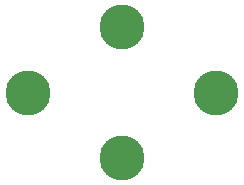
<source format=gbs>
G04 #@! TF.GenerationSoftware,KiCad,Pcbnew,(5.1.7)-1*
G04 #@! TF.CreationDate,2021-07-05T13:34:59+04:00*
G04 #@! TF.ProjectId,pcb_batteryHolder,7063625f-6261-4747-9465-7279486f6c64,1.0*
G04 #@! TF.SameCoordinates,PX8f0d180PY5f5e100*
G04 #@! TF.FileFunction,Soldermask,Bot*
G04 #@! TF.FilePolarity,Negative*
%FSLAX46Y46*%
G04 Gerber Fmt 4.6, Leading zero omitted, Abs format (unit mm)*
G04 Created by KiCad (PCBNEW (5.1.7)-1) date 2021-07-05 13:34:59*
%MOMM*%
%LPD*%
G01*
G04 APERTURE LIST*
%ADD10C,3.810000*%
G04 APERTURE END LIST*
D10*
X0Y7549900D03*
X0Y-3549900D03*
X-7937500Y2000000D03*
X7937500Y2000000D03*
M02*

</source>
